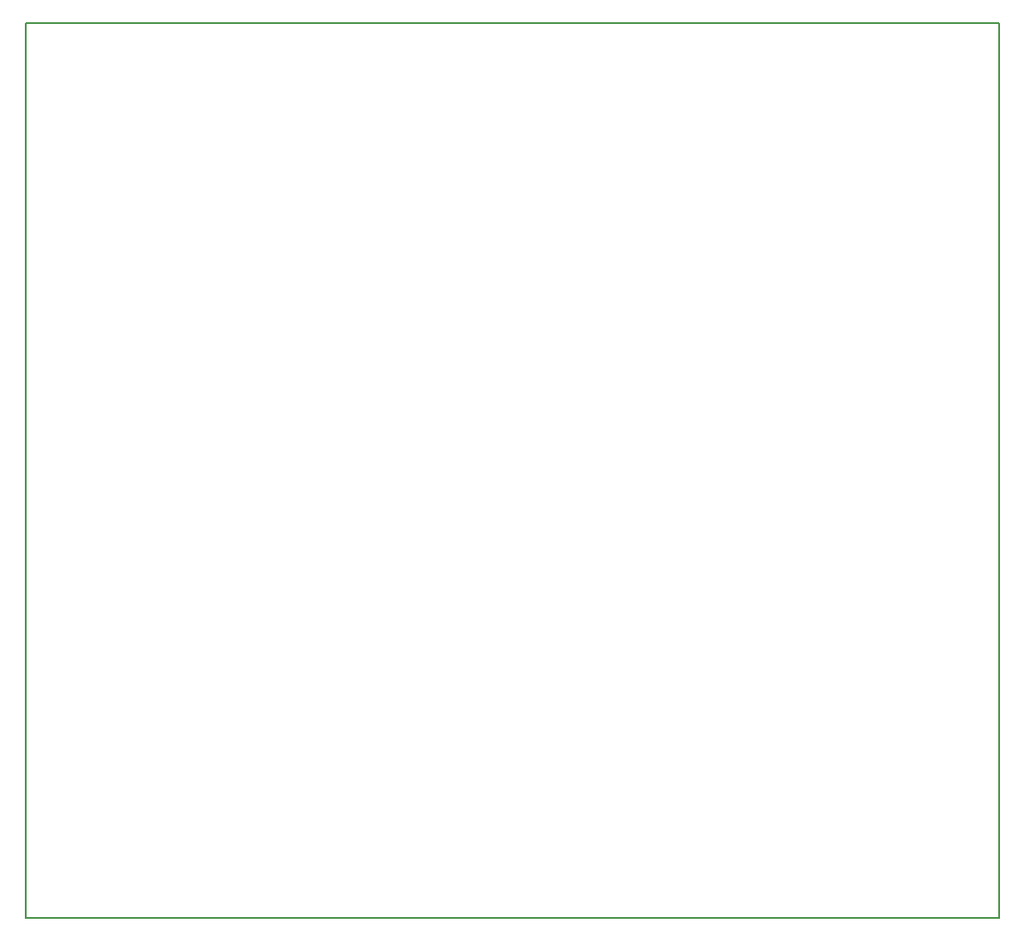
<source format=gbo>
G04 MADE WITH FRITZING*
G04 WWW.FRITZING.ORG*
G04 DOUBLE SIDED*
G04 HOLES PLATED*
G04 CONTOUR ON CENTER OF CONTOUR VECTOR*
%ASAXBY*%
%FSLAX23Y23*%
%MOIN*%
%OFA0B0*%
%SFA1.0B1.0*%
%ADD10R,3.661420X3.366140X3.645420X3.350140*%
%ADD11C,0.008000*%
%LNSILK0*%
G90*
G70*
G54D11*
X4Y3362D02*
X3657Y3362D01*
X3657Y4D01*
X4Y4D01*
X4Y3362D01*
D02*
G04 End of Silk0*
M02*
</source>
